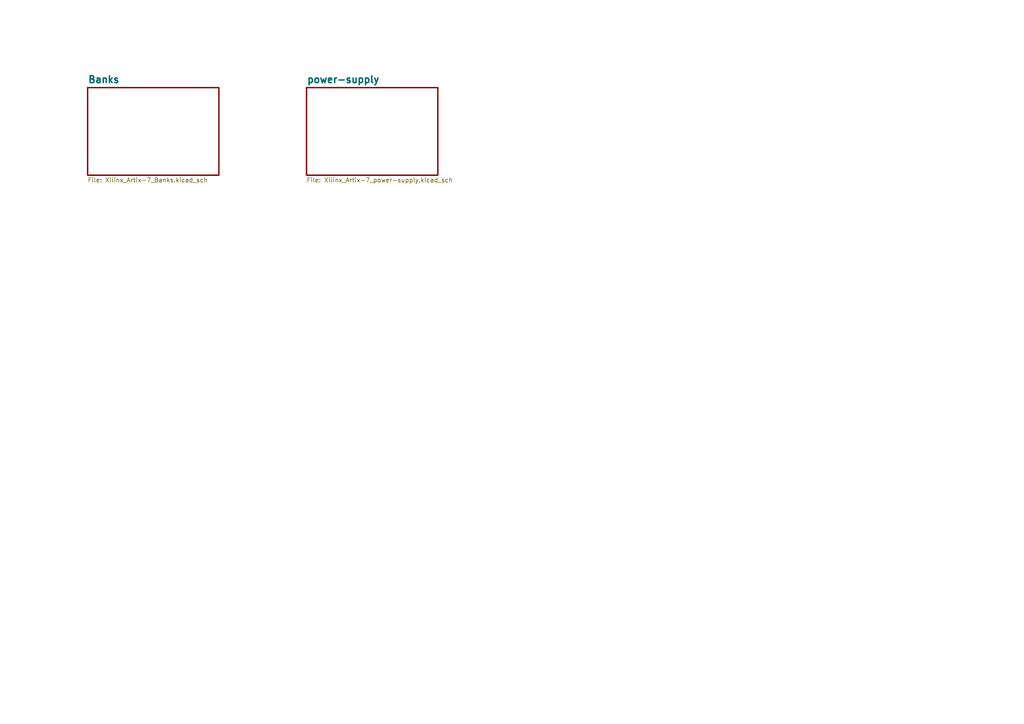
<source format=kicad_sch>
(kicad_sch
	(version 20231120)
	(generator "eeschema")
	(generator_version "8.0")
	(uuid "ecd3cd67-61b6-46f4-85bb-472ef2b6682a")
	(paper "A4")
	(title_block
		(title "MurPhy SDR")
		(date "2024-04-22")
		(company "M.P Inc")
	)
	(lib_symbols)
	(sheet
		(at 25.4 25.4)
		(size 38.1 25.4)
		(fields_autoplaced yes)
		(stroke
			(width 0.3524)
			(type solid)
		)
		(fill
			(color 0 0 0 0.0000)
		)
		(uuid "381f714d-8cf0-4fff-bb7d-e4a58023bfd2")
		(property "Sheetname" "Banks"
			(at 25.4 24.2234 0)
			(effects
				(font
					(size 2 2)
					(bold yes)
				)
				(justify left bottom)
			)
		)
		(property "Sheetfile" "Xilinx_Artix-7_Banks.kicad_sch"
			(at 25.4 51.4846 0)
			(effects
				(font
					(size 1.27 1.27)
				)
				(justify left top)
			)
		)
		(instances
			(project "start_0"
				(path "/f79cfdfc-79dc-4115-8b60-741b35e85307/a1fdd07f-fee2-4fed-abec-a6a52142ea66"
					(page "12")
				)
			)
			(project "MurPhySDR"
				(path "/78b46f92-f168-4aa2-8d3c-c6cd3d325113/827cb466-a7f5-4e5f-a0e7-f5734c155d4e"
					(page "4")
				)
			)
		)
	)
	(sheet
		(at 88.9 25.4)
		(size 38.1 25.4)
		(fields_autoplaced yes)
		(stroke
			(width 0.3524)
			(type solid)
		)
		(fill
			(color 0 0 0 0.0000)
		)
		(uuid "3e743c9d-48f8-4780-8f30-565820b5dcd8")
		(property "Sheetname" "power-supply"
			(at 88.9 24.2234 0)
			(effects
				(font
					(size 2 2)
					(bold yes)
				)
				(justify left bottom)
			)
		)
		(property "Sheetfile" "Xilinx_Artix-7_power-supply.kicad_sch"
			(at 88.9 51.4846 0)
			(effects
				(font
					(size 1.27 1.27)
				)
				(justify left top)
			)
		)
		(instances
			(project "start_0"
				(path "/f79cfdfc-79dc-4115-8b60-741b35e85307/a1fdd07f-fee2-4fed-abec-a6a52142ea66"
					(page "12")
				)
			)
			(project "MurPhySDR"
				(path "/78b46f92-f168-4aa2-8d3c-c6cd3d325113/827cb466-a7f5-4e5f-a0e7-f5734c155d4e"
					(page "3")
				)
			)
		)
	)
)

</source>
